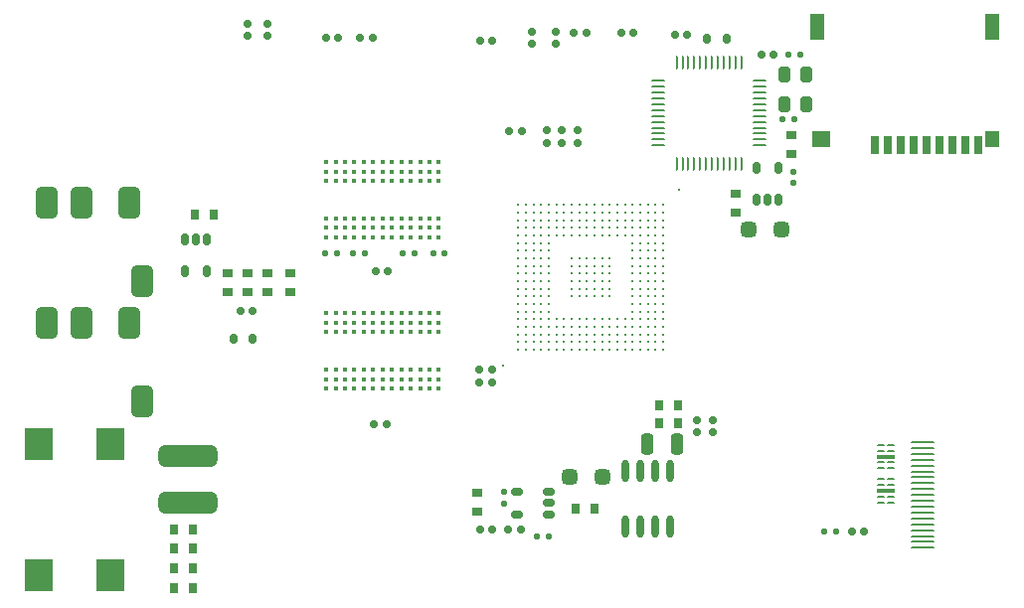
<source format=gtp>
G04 Layer_Color=8421504*
%FSLAX44Y44*%
%MOMM*%
G71*
G01*
G75*
%ADD11R,0.9000X0.7000*%
%ADD12R,0.7000X0.9000*%
G04:AMPARAMS|DCode=13|XSize=0.5mm|YSize=0.45mm|CornerRadius=0.1125mm|HoleSize=0mm|Usage=FLASHONLY|Rotation=270.000|XOffset=0mm|YOffset=0mm|HoleType=Round|Shape=RoundedRectangle|*
%AMROUNDEDRECTD13*
21,1,0.5000,0.2250,0,0,270.0*
21,1,0.2750,0.4500,0,0,270.0*
1,1,0.2250,-0.1125,-0.1375*
1,1,0.2250,-0.1125,0.1375*
1,1,0.2250,0.1125,0.1375*
1,1,0.2250,0.1125,-0.1375*
%
%ADD13ROUNDEDRECTD13*%
G04:AMPARAMS|DCode=14|XSize=0.6mm|YSize=0.65mm|CornerRadius=0.15mm|HoleSize=0mm|Usage=FLASHONLY|Rotation=180.000|XOffset=0mm|YOffset=0mm|HoleType=Round|Shape=RoundedRectangle|*
%AMROUNDEDRECTD14*
21,1,0.6000,0.3500,0,0,180.0*
21,1,0.3000,0.6500,0,0,180.0*
1,1,0.3000,-0.1500,0.1750*
1,1,0.3000,0.1500,0.1750*
1,1,0.3000,0.1500,-0.1750*
1,1,0.3000,-0.1500,-0.1750*
%
%ADD14ROUNDEDRECTD14*%
G04:AMPARAMS|DCode=15|XSize=0.6mm|YSize=0.65mm|CornerRadius=0.15mm|HoleSize=0mm|Usage=FLASHONLY|Rotation=90.000|XOffset=0mm|YOffset=0mm|HoleType=Round|Shape=RoundedRectangle|*
%AMROUNDEDRECTD15*
21,1,0.6000,0.3500,0,0,90.0*
21,1,0.3000,0.6500,0,0,90.0*
1,1,0.3000,0.1750,0.1500*
1,1,0.3000,0.1750,-0.1500*
1,1,0.3000,-0.1750,-0.1500*
1,1,0.3000,-0.1750,0.1500*
%
%ADD15ROUNDEDRECTD15*%
%ADD16C,0.4000*%
G04:AMPARAMS|DCode=17|XSize=1.3mm|YSize=1.05mm|CornerRadius=0.2625mm|HoleSize=0mm|Usage=FLASHONLY|Rotation=270.000|XOffset=0mm|YOffset=0mm|HoleType=Round|Shape=RoundedRectangle|*
%AMROUNDEDRECTD17*
21,1,1.3000,0.5250,0,0,270.0*
21,1,0.7750,1.0500,0,0,270.0*
1,1,0.5250,-0.2625,-0.3875*
1,1,0.5250,-0.2625,0.3875*
1,1,0.5250,0.2625,0.3875*
1,1,0.5250,0.2625,-0.3875*
%
%ADD17ROUNDEDRECTD17*%
G04:AMPARAMS|DCode=18|XSize=0.8mm|YSize=0.7mm|CornerRadius=0.175mm|HoleSize=0mm|Usage=FLASHONLY|Rotation=270.000|XOffset=0mm|YOffset=0mm|HoleType=Round|Shape=RoundedRectangle|*
%AMROUNDEDRECTD18*
21,1,0.8000,0.3500,0,0,270.0*
21,1,0.4500,0.7000,0,0,270.0*
1,1,0.3500,-0.1750,-0.2250*
1,1,0.3500,-0.1750,0.2250*
1,1,0.3500,0.1750,0.2250*
1,1,0.3500,0.1750,-0.2250*
%
%ADD18ROUNDEDRECTD18*%
G04:AMPARAMS|DCode=19|XSize=1.2mm|YSize=0.23mm|CornerRadius=0.0575mm|HoleSize=0mm|Usage=FLASHONLY|Rotation=270.000|XOffset=0mm|YOffset=0mm|HoleType=Round|Shape=RoundedRectangle|*
%AMROUNDEDRECTD19*
21,1,1.2000,0.1150,0,0,270.0*
21,1,1.0850,0.2300,0,0,270.0*
1,1,0.1150,-0.0575,-0.5425*
1,1,0.1150,-0.0575,0.5425*
1,1,0.1150,0.0575,0.5425*
1,1,0.1150,0.0575,-0.5425*
%
%ADD19ROUNDEDRECTD19*%
G04:AMPARAMS|DCode=20|XSize=1.2mm|YSize=0.23mm|CornerRadius=0.0575mm|HoleSize=0mm|Usage=FLASHONLY|Rotation=0.000|XOffset=0mm|YOffset=0mm|HoleType=Round|Shape=RoundedRectangle|*
%AMROUNDEDRECTD20*
21,1,1.2000,0.1150,0,0,0.0*
21,1,1.0850,0.2300,0,0,0.0*
1,1,0.1150,0.5425,-0.0575*
1,1,0.1150,-0.5425,-0.0575*
1,1,0.1150,-0.5425,0.0575*
1,1,0.1150,0.5425,0.0575*
%
%ADD20ROUNDEDRECTD20*%
%ADD21C,0.2900*%
%ADD22C,0.3300*%
%ADD23R,2.4000X2.8000*%
G04:AMPARAMS|DCode=24|XSize=2mm|YSize=0.25mm|CornerRadius=0.0625mm|HoleSize=0mm|Usage=FLASHONLY|Rotation=0.000|XOffset=0mm|YOffset=0mm|HoleType=Round|Shape=RoundedRectangle|*
%AMROUNDEDRECTD24*
21,1,2.0000,0.1250,0,0,0.0*
21,1,1.8750,0.2500,0,0,0.0*
1,1,0.1250,0.9375,-0.0625*
1,1,0.1250,-0.9375,-0.0625*
1,1,0.1250,-0.9375,0.0625*
1,1,0.1250,0.9375,0.0625*
%
%ADD24ROUNDEDRECTD24*%
%ADD25R,1.6000X1.4000*%
%ADD26R,0.7000X1.6000*%
%ADD27R,1.2000X2.2000*%
%ADD28R,1.2000X1.4000*%
%ADD29O,0.6000X1.9000*%
G04:AMPARAMS|DCode=30|XSize=1.8mm|YSize=5mm|CornerRadius=0.45mm|HoleSize=0mm|Usage=FLASHONLY|Rotation=270.000|XOffset=0mm|YOffset=0mm|HoleType=Round|Shape=RoundedRectangle|*
%AMROUNDEDRECTD30*
21,1,1.8000,4.1000,0,0,270.0*
21,1,0.9000,5.0000,0,0,270.0*
1,1,0.9000,-2.0500,-0.4500*
1,1,0.9000,-2.0500,0.4500*
1,1,0.9000,2.0500,0.4500*
1,1,0.9000,2.0500,-0.4500*
%
%ADD30ROUNDEDRECTD30*%
G04:AMPARAMS|DCode=31|XSize=1mm|YSize=1.8mm|CornerRadius=0.25mm|HoleSize=0mm|Usage=FLASHONLY|Rotation=0.000|XOffset=0mm|YOffset=0mm|HoleType=Round|Shape=RoundedRectangle|*
%AMROUNDEDRECTD31*
21,1,1.0000,1.3000,0,0,0.0*
21,1,0.5000,1.8000,0,0,0.0*
1,1,0.5000,0.2500,-0.6500*
1,1,0.5000,-0.2500,-0.6500*
1,1,0.5000,-0.2500,0.6500*
1,1,0.5000,0.2500,0.6500*
%
%ADD31ROUNDEDRECTD31*%
G04:AMPARAMS|DCode=32|XSize=1.3mm|YSize=1.3mm|CornerRadius=0.325mm|HoleSize=0mm|Usage=FLASHONLY|Rotation=180.000|XOffset=0mm|YOffset=0mm|HoleType=Round|Shape=RoundedRectangle|*
%AMROUNDEDRECTD32*
21,1,1.3000,0.6500,0,0,180.0*
21,1,0.6500,1.3000,0,0,180.0*
1,1,0.6500,-0.3250,0.3250*
1,1,0.6500,0.3250,0.3250*
1,1,0.6500,0.3250,-0.3250*
1,1,0.6500,-0.3250,-0.3250*
%
%ADD32ROUNDEDRECTD32*%
G04:AMPARAMS|DCode=33|XSize=1.3mm|YSize=1.3mm|CornerRadius=0.325mm|HoleSize=0mm|Usage=FLASHONLY|Rotation=270.000|XOffset=0mm|YOffset=0mm|HoleType=Round|Shape=RoundedRectangle|*
%AMROUNDEDRECTD33*
21,1,1.3000,0.6500,0,0,270.0*
21,1,0.6500,1.3000,0,0,270.0*
1,1,0.6500,-0.3250,-0.3250*
1,1,0.6500,-0.3250,0.3250*
1,1,0.6500,0.3250,0.3250*
1,1,0.6500,0.3250,-0.3250*
%
%ADD33ROUNDEDRECTD33*%
G04:AMPARAMS|DCode=34|XSize=1.05mm|YSize=0.6mm|CornerRadius=0.15mm|HoleSize=0mm|Usage=FLASHONLY|Rotation=180.000|XOffset=0mm|YOffset=0mm|HoleType=Round|Shape=RoundedRectangle|*
%AMROUNDEDRECTD34*
21,1,1.0500,0.3000,0,0,180.0*
21,1,0.7500,0.6000,0,0,180.0*
1,1,0.3000,-0.3750,0.1500*
1,1,0.3000,0.3750,0.1500*
1,1,0.3000,0.3750,-0.1500*
1,1,0.3000,-0.3750,-0.1500*
%
%ADD34ROUNDEDRECTD34*%
G04:AMPARAMS|DCode=35|XSize=1.05mm|YSize=0.6mm|CornerRadius=0.15mm|HoleSize=0mm|Usage=FLASHONLY|Rotation=90.000|XOffset=0mm|YOffset=0mm|HoleType=Round|Shape=RoundedRectangle|*
%AMROUNDEDRECTD35*
21,1,1.0500,0.3000,0,0,90.0*
21,1,0.7500,0.6000,0,0,90.0*
1,1,0.3000,0.1500,0.3750*
1,1,0.3000,0.1500,-0.3750*
1,1,0.3000,-0.1500,-0.3750*
1,1,0.3000,-0.1500,0.3750*
%
%ADD35ROUNDEDRECTD35*%
G04:AMPARAMS|DCode=36|XSize=0.5mm|YSize=0.45mm|CornerRadius=0.1125mm|HoleSize=0mm|Usage=FLASHONLY|Rotation=180.000|XOffset=0mm|YOffset=0mm|HoleType=Round|Shape=RoundedRectangle|*
%AMROUNDEDRECTD36*
21,1,0.5000,0.2250,0,0,180.0*
21,1,0.2750,0.4500,0,0,180.0*
1,1,0.2250,-0.1375,0.1125*
1,1,0.2250,0.1375,0.1125*
1,1,0.2250,0.1375,-0.1125*
1,1,0.2250,-0.1375,-0.1125*
%
%ADD36ROUNDEDRECTD36*%
G04:AMPARAMS|DCode=37|XSize=1.9mm|YSize=2.7mm|CornerRadius=0.475mm|HoleSize=0mm|Usage=FLASHONLY|Rotation=0.000|XOffset=0mm|YOffset=0mm|HoleType=Round|Shape=RoundedRectangle|*
%AMROUNDEDRECTD37*
21,1,1.9000,1.7500,0,0,0.0*
21,1,0.9500,2.7000,0,0,0.0*
1,1,0.9500,0.4750,-0.8750*
1,1,0.9500,-0.4750,-0.8750*
1,1,0.9500,-0.4750,0.8750*
1,1,0.9500,0.4750,0.8750*
%
%ADD37ROUNDEDRECTD37*%
G04:AMPARAMS|DCode=38|XSize=0.2mm|YSize=0.675mm|CornerRadius=0.05mm|HoleSize=0mm|Usage=FLASHONLY|Rotation=90.000|XOffset=0mm|YOffset=0mm|HoleType=Round|Shape=RoundedRectangle|*
%AMROUNDEDRECTD38*
21,1,0.2000,0.5750,0,0,90.0*
21,1,0.1000,0.6750,0,0,90.0*
1,1,0.1000,0.2875,0.0500*
1,1,0.1000,0.2875,-0.0500*
1,1,0.1000,-0.2875,-0.0500*
1,1,0.1000,-0.2875,0.0500*
%
%ADD38ROUNDEDRECTD38*%
%ADD39R,1.5500X0.4000*%
D11*
X233249Y267751D02*
D03*
Y283752D02*
D03*
X392498Y80001D02*
D03*
Y96002D02*
D03*
X180249Y267751D02*
D03*
Y283752D02*
D03*
X214249Y267751D02*
D03*
Y283752D02*
D03*
X612500Y351499D02*
D03*
Y335498D02*
D03*
X660001Y400749D02*
D03*
Y384748D02*
D03*
X197249Y283752D02*
D03*
Y267751D02*
D03*
D12*
X476751Y82501D02*
D03*
X492752D02*
D03*
X563249Y170999D02*
D03*
X547248D02*
D03*
X134751Y15001D02*
D03*
X150752D02*
D03*
X134751Y32001D02*
D03*
X150752D02*
D03*
X134751Y65001D02*
D03*
X150752D02*
D03*
X563249Y155999D02*
D03*
X547248D02*
D03*
X152501Y333501D02*
D03*
X168502D02*
D03*
X134751Y49001D02*
D03*
X150752D02*
D03*
D13*
X365000Y300000D02*
D03*
X355000D02*
D03*
X657500Y470000D02*
D03*
X667500D02*
D03*
X662500Y415000D02*
D03*
X652500D02*
D03*
X339000Y300000D02*
D03*
X329000D02*
D03*
X263000D02*
D03*
X273000D02*
D03*
X453499Y59250D02*
D03*
X443499D02*
D03*
X297000Y300000D02*
D03*
X287000D02*
D03*
X698000Y63000D02*
D03*
X688000D02*
D03*
D14*
X306000Y285000D02*
D03*
X316500D02*
D03*
X645250Y470000D02*
D03*
X634750D02*
D03*
X304750Y155000D02*
D03*
X315250D02*
D03*
X191000Y251000D02*
D03*
X201500D02*
D03*
X405499Y65250D02*
D03*
X394999D02*
D03*
X429749D02*
D03*
X419249D02*
D03*
X561000Y487000D02*
D03*
X571500D02*
D03*
X722250Y63000D02*
D03*
X711750D02*
D03*
X303500Y484000D02*
D03*
X293000D02*
D03*
X274500D02*
D03*
X264000D02*
D03*
X430500Y404750D02*
D03*
X420000D02*
D03*
X394750Y482000D02*
D03*
X405250D02*
D03*
X515000Y488000D02*
D03*
X525500D02*
D03*
X475000D02*
D03*
X485500D02*
D03*
D15*
X394000Y200997D02*
D03*
X405000D02*
D03*
Y190497D02*
D03*
X394000D02*
D03*
X464250Y394750D02*
D03*
Y405250D02*
D03*
X451750Y405250D02*
D03*
Y394750D02*
D03*
X478250Y405250D02*
D03*
Y394750D02*
D03*
X593000Y147750D02*
D03*
Y158250D02*
D03*
X580000Y147750D02*
D03*
Y158250D02*
D03*
X197250Y496250D02*
D03*
Y485750D02*
D03*
X214250Y496250D02*
D03*
Y485750D02*
D03*
X439250Y489250D02*
D03*
Y478750D02*
D03*
X459250Y489250D02*
D03*
Y478750D02*
D03*
D16*
X360001Y378002D02*
D03*
Y370000D02*
D03*
Y362002D02*
D03*
Y330000D02*
D03*
Y322002D02*
D03*
Y314001D02*
D03*
X352000Y378002D02*
D03*
Y370000D02*
D03*
Y362002D02*
D03*
Y330000D02*
D03*
Y322002D02*
D03*
Y314001D02*
D03*
X343999Y378002D02*
D03*
Y370000D02*
D03*
Y362002D02*
D03*
Y330000D02*
D03*
Y322002D02*
D03*
Y314001D02*
D03*
X336000Y378002D02*
D03*
Y370000D02*
D03*
Y362002D02*
D03*
Y330000D02*
D03*
Y322002D02*
D03*
Y314001D02*
D03*
X327999Y378002D02*
D03*
Y370000D02*
D03*
Y362002D02*
D03*
Y330000D02*
D03*
Y322002D02*
D03*
Y314001D02*
D03*
X320001Y378002D02*
D03*
Y370000D02*
D03*
Y362002D02*
D03*
Y330000D02*
D03*
Y322002D02*
D03*
Y314001D02*
D03*
X312000Y378002D02*
D03*
Y370000D02*
D03*
Y362002D02*
D03*
Y330000D02*
D03*
Y322002D02*
D03*
Y314001D02*
D03*
X303999Y378002D02*
D03*
Y370000D02*
D03*
Y362002D02*
D03*
Y330000D02*
D03*
Y322002D02*
D03*
Y314001D02*
D03*
X296000Y378002D02*
D03*
Y370000D02*
D03*
Y362002D02*
D03*
Y330000D02*
D03*
Y322002D02*
D03*
Y314001D02*
D03*
X287999Y378002D02*
D03*
Y370000D02*
D03*
Y362002D02*
D03*
Y330000D02*
D03*
Y322002D02*
D03*
Y314001D02*
D03*
X280001Y378002D02*
D03*
Y370000D02*
D03*
Y362002D02*
D03*
Y330000D02*
D03*
Y322002D02*
D03*
Y314001D02*
D03*
X272000Y378002D02*
D03*
Y370000D02*
D03*
Y362002D02*
D03*
Y330000D02*
D03*
Y322002D02*
D03*
Y314001D02*
D03*
X263999Y378002D02*
D03*
Y370000D02*
D03*
Y362002D02*
D03*
Y330000D02*
D03*
Y322002D02*
D03*
Y314001D02*
D03*
X360001Y249251D02*
D03*
Y241250D02*
D03*
Y233252D02*
D03*
Y201250D02*
D03*
Y193252D02*
D03*
Y185251D02*
D03*
X352000Y249251D02*
D03*
Y241250D02*
D03*
Y233252D02*
D03*
Y201250D02*
D03*
Y193252D02*
D03*
Y185251D02*
D03*
X343999Y249251D02*
D03*
Y241250D02*
D03*
Y233252D02*
D03*
Y201250D02*
D03*
Y193252D02*
D03*
Y185251D02*
D03*
X336000Y249251D02*
D03*
Y241250D02*
D03*
Y233252D02*
D03*
Y201250D02*
D03*
Y193252D02*
D03*
Y185251D02*
D03*
X327999Y249251D02*
D03*
Y241250D02*
D03*
Y233252D02*
D03*
Y201250D02*
D03*
Y193252D02*
D03*
Y185251D02*
D03*
X320001Y249251D02*
D03*
Y241250D02*
D03*
Y233252D02*
D03*
Y201250D02*
D03*
Y193252D02*
D03*
Y185251D02*
D03*
X312000Y249251D02*
D03*
Y241250D02*
D03*
Y233252D02*
D03*
Y201250D02*
D03*
Y193252D02*
D03*
Y185251D02*
D03*
X303999Y249251D02*
D03*
Y241250D02*
D03*
Y233252D02*
D03*
Y201250D02*
D03*
Y193252D02*
D03*
Y185251D02*
D03*
X296000Y249251D02*
D03*
Y241250D02*
D03*
Y233252D02*
D03*
Y201250D02*
D03*
Y193252D02*
D03*
Y185251D02*
D03*
X287999Y249251D02*
D03*
Y241250D02*
D03*
Y233252D02*
D03*
Y201250D02*
D03*
Y193252D02*
D03*
Y185251D02*
D03*
X280001Y249251D02*
D03*
Y241250D02*
D03*
Y233252D02*
D03*
Y201250D02*
D03*
Y193252D02*
D03*
Y185251D02*
D03*
X272000Y249251D02*
D03*
Y241250D02*
D03*
Y233252D02*
D03*
Y201250D02*
D03*
Y193252D02*
D03*
Y185251D02*
D03*
X263999Y249251D02*
D03*
Y241250D02*
D03*
Y233252D02*
D03*
Y201250D02*
D03*
Y193252D02*
D03*
Y185251D02*
D03*
D17*
X672500Y427500D02*
D03*
Y452500D02*
D03*
X654000Y427500D02*
D03*
Y452500D02*
D03*
D18*
X588625Y483000D02*
D03*
X605375D02*
D03*
X184875Y228000D02*
D03*
X201625D02*
D03*
D19*
X617501Y463000D02*
D03*
X612499D02*
D03*
X607501D02*
D03*
X602499D02*
D03*
X597501D02*
D03*
X592499D02*
D03*
X587501D02*
D03*
X582499D02*
D03*
X577501D02*
D03*
X572499D02*
D03*
X567501D02*
D03*
X562499D02*
D03*
Y377000D02*
D03*
X567501D02*
D03*
X572499D02*
D03*
X577501D02*
D03*
X582499D02*
D03*
X587501D02*
D03*
X592499D02*
D03*
X597501D02*
D03*
X602499D02*
D03*
X607501D02*
D03*
X612499D02*
D03*
X617501D02*
D03*
D20*
X547000Y447501D02*
D03*
Y442499D02*
D03*
Y437501D02*
D03*
Y432499D02*
D03*
Y427501D02*
D03*
Y422499D02*
D03*
Y417501D02*
D03*
Y412499D02*
D03*
Y407501D02*
D03*
Y402499D02*
D03*
Y397501D02*
D03*
Y392499D02*
D03*
X633000D02*
D03*
Y397501D02*
D03*
Y402499D02*
D03*
Y407501D02*
D03*
Y412499D02*
D03*
Y417501D02*
D03*
Y422499D02*
D03*
Y427501D02*
D03*
Y432499D02*
D03*
Y437501D02*
D03*
Y442499D02*
D03*
Y447501D02*
D03*
D21*
X551000Y218250D02*
D03*
X544500D02*
D03*
X538000D02*
D03*
X531500D02*
D03*
X525000D02*
D03*
X518498D02*
D03*
X511998D02*
D03*
X505498D02*
D03*
X498998D02*
D03*
X492499D02*
D03*
X485999D02*
D03*
X479499D02*
D03*
X472999D02*
D03*
X466499D02*
D03*
X459999D02*
D03*
X453499D02*
D03*
X447000D02*
D03*
X440500D02*
D03*
X434000D02*
D03*
X427500D02*
D03*
X551000Y224750D02*
D03*
X544500D02*
D03*
X538000D02*
D03*
X531500D02*
D03*
X525000D02*
D03*
X518498D02*
D03*
X511998D02*
D03*
X505498D02*
D03*
X498998D02*
D03*
X492499D02*
D03*
X485999D02*
D03*
X479499D02*
D03*
X472999D02*
D03*
X466499D02*
D03*
X459999D02*
D03*
X453499D02*
D03*
X447000D02*
D03*
X440500D02*
D03*
X434000D02*
D03*
X427500D02*
D03*
X551000Y231250D02*
D03*
X544500D02*
D03*
X538000D02*
D03*
X531500D02*
D03*
X525000D02*
D03*
X518498D02*
D03*
X511998D02*
D03*
X505498D02*
D03*
X498998D02*
D03*
X492499D02*
D03*
X485999D02*
D03*
X479499D02*
D03*
X472999D02*
D03*
X466499D02*
D03*
X459999D02*
D03*
X453499D02*
D03*
X447000D02*
D03*
X440500D02*
D03*
X434000D02*
D03*
X427500D02*
D03*
X551000Y237750D02*
D03*
X544500D02*
D03*
X538000D02*
D03*
X531500D02*
D03*
X525000D02*
D03*
X518498D02*
D03*
X511998D02*
D03*
X505498D02*
D03*
X498998D02*
D03*
X492499D02*
D03*
X485999D02*
D03*
X479499D02*
D03*
X472999D02*
D03*
X466499D02*
D03*
X459999D02*
D03*
X453499D02*
D03*
X447000D02*
D03*
X440500D02*
D03*
X434000D02*
D03*
X427500D02*
D03*
X551000Y244249D02*
D03*
X544500D02*
D03*
X538000D02*
D03*
X531500D02*
D03*
X525000D02*
D03*
X518498D02*
D03*
X511998D02*
D03*
X505498D02*
D03*
X498998D02*
D03*
X492499D02*
D03*
X485999D02*
D03*
X479499D02*
D03*
X472999D02*
D03*
X466499D02*
D03*
X459999D02*
D03*
X453499D02*
D03*
X447000D02*
D03*
X440500D02*
D03*
X434000D02*
D03*
X427500D02*
D03*
X551000Y250749D02*
D03*
X544500D02*
D03*
X538000D02*
D03*
X531500D02*
D03*
X525000D02*
D03*
X453499D02*
D03*
X447000D02*
D03*
X440500D02*
D03*
X434000D02*
D03*
X427500D02*
D03*
X551000Y257249D02*
D03*
X544500D02*
D03*
X538000D02*
D03*
X531500D02*
D03*
X525000D02*
D03*
X453499D02*
D03*
X447000D02*
D03*
X440500D02*
D03*
X434000D02*
D03*
X427500D02*
D03*
X551000Y263749D02*
D03*
X544500D02*
D03*
X538000D02*
D03*
X531500D02*
D03*
X525000D02*
D03*
X505498D02*
D03*
X498998D02*
D03*
X492499D02*
D03*
X485999D02*
D03*
X479499D02*
D03*
X472999D02*
D03*
X453499D02*
D03*
X447000D02*
D03*
X440500D02*
D03*
X434000D02*
D03*
X427500D02*
D03*
X551000Y270249D02*
D03*
X544500D02*
D03*
X538000D02*
D03*
X531500D02*
D03*
X525000D02*
D03*
X505498D02*
D03*
X498998D02*
D03*
X492499D02*
D03*
X485999D02*
D03*
X479499D02*
D03*
X472999D02*
D03*
X453499D02*
D03*
X447000D02*
D03*
X440500D02*
D03*
X434000D02*
D03*
X427500D02*
D03*
X551000Y276749D02*
D03*
X544500D02*
D03*
X538000D02*
D03*
X531500D02*
D03*
X525000D02*
D03*
X505498D02*
D03*
X498998D02*
D03*
X492499D02*
D03*
X485999D02*
D03*
X479499D02*
D03*
X472999D02*
D03*
X453499D02*
D03*
X447000D02*
D03*
X440500D02*
D03*
X434000D02*
D03*
X427500D02*
D03*
X551000Y283249D02*
D03*
X544500D02*
D03*
X538000D02*
D03*
X531500D02*
D03*
X525000D02*
D03*
X505498D02*
D03*
X498998D02*
D03*
X492499D02*
D03*
X485999D02*
D03*
X479499D02*
D03*
X472999D02*
D03*
X453499D02*
D03*
X447000D02*
D03*
X440500D02*
D03*
X434000D02*
D03*
X427500D02*
D03*
X551000Y289751D02*
D03*
X544500D02*
D03*
X538000D02*
D03*
X531500D02*
D03*
X525000D02*
D03*
X505498D02*
D03*
X498998D02*
D03*
X492499D02*
D03*
X485999D02*
D03*
X479499D02*
D03*
X472999D02*
D03*
X453499D02*
D03*
X447000D02*
D03*
X440500D02*
D03*
X434000D02*
D03*
X427500D02*
D03*
X551000Y296251D02*
D03*
X544500D02*
D03*
X538000D02*
D03*
X531500D02*
D03*
X525000D02*
D03*
X505498D02*
D03*
X498998D02*
D03*
X492499D02*
D03*
X485999D02*
D03*
X479499D02*
D03*
X472999D02*
D03*
X453499D02*
D03*
X447000D02*
D03*
X440500D02*
D03*
X434000D02*
D03*
X427500D02*
D03*
X551000Y302751D02*
D03*
X544500D02*
D03*
X538000D02*
D03*
X531500D02*
D03*
X525000D02*
D03*
X453499D02*
D03*
X447000D02*
D03*
X440500D02*
D03*
X434000D02*
D03*
X427500D02*
D03*
X551000Y309251D02*
D03*
X544500D02*
D03*
X538000D02*
D03*
X531500D02*
D03*
X525000D02*
D03*
X453499D02*
D03*
X447000D02*
D03*
X440500D02*
D03*
X434000D02*
D03*
X427500D02*
D03*
X551000Y315751D02*
D03*
X544500D02*
D03*
X538000D02*
D03*
X531500D02*
D03*
X525000D02*
D03*
X518498D02*
D03*
X511998D02*
D03*
X505498D02*
D03*
X498998D02*
D03*
X492499D02*
D03*
X485999D02*
D03*
X479499D02*
D03*
X472999D02*
D03*
X466499D02*
D03*
X459999D02*
D03*
X453499D02*
D03*
X447000D02*
D03*
X440500D02*
D03*
X434000D02*
D03*
X427500D02*
D03*
X551000Y322250D02*
D03*
X544500D02*
D03*
X538000D02*
D03*
X531500D02*
D03*
X525000D02*
D03*
X518498D02*
D03*
X511998D02*
D03*
X505498D02*
D03*
X498998D02*
D03*
X492499D02*
D03*
X485999D02*
D03*
X479499D02*
D03*
X472999D02*
D03*
X466499D02*
D03*
X459999D02*
D03*
X453499D02*
D03*
X447000D02*
D03*
X440500D02*
D03*
X434000D02*
D03*
X427500D02*
D03*
X551000Y328750D02*
D03*
X544500D02*
D03*
X538000D02*
D03*
X531500D02*
D03*
X525000D02*
D03*
X518498D02*
D03*
X511998D02*
D03*
X505498D02*
D03*
X498998D02*
D03*
X492499D02*
D03*
X485999D02*
D03*
X479499D02*
D03*
X472999D02*
D03*
X466499D02*
D03*
X459999D02*
D03*
X453499D02*
D03*
X447000D02*
D03*
X440500D02*
D03*
X434000D02*
D03*
X427500D02*
D03*
X551000Y335250D02*
D03*
X544500D02*
D03*
X538000D02*
D03*
X531500D02*
D03*
X525000D02*
D03*
X518498D02*
D03*
X511998D02*
D03*
X505498D02*
D03*
X498998D02*
D03*
X492499D02*
D03*
X485999D02*
D03*
X479499D02*
D03*
X472999D02*
D03*
X466499D02*
D03*
X459999D02*
D03*
X453499D02*
D03*
X447000D02*
D03*
X440500D02*
D03*
X434000D02*
D03*
X427500D02*
D03*
X551000Y341750D02*
D03*
X544500D02*
D03*
X538000D02*
D03*
X531500D02*
D03*
X525000D02*
D03*
X518498D02*
D03*
X511998D02*
D03*
X505498D02*
D03*
X498998D02*
D03*
X492499D02*
D03*
X485999D02*
D03*
X479499D02*
D03*
X472999D02*
D03*
X466499D02*
D03*
X459999D02*
D03*
X453499D02*
D03*
X447000D02*
D03*
X440500D02*
D03*
X434000D02*
D03*
X427500D02*
D03*
D22*
X564249Y355001D02*
D03*
X414249Y204999D02*
D03*
D23*
X19000Y138000D02*
D03*
X80000Y26000D02*
D03*
Y138000D02*
D03*
X19000Y26000D02*
D03*
D24*
X772000Y49499D02*
D03*
Y54500D02*
D03*
Y59499D02*
D03*
Y64500D02*
D03*
Y69499D02*
D03*
Y74500D02*
D03*
Y79499D02*
D03*
Y84500D02*
D03*
Y89499D02*
D03*
Y94500D02*
D03*
Y99501D02*
D03*
Y104500D02*
D03*
Y109501D02*
D03*
Y114500D02*
D03*
Y119501D02*
D03*
Y124500D02*
D03*
Y129501D02*
D03*
Y134500D02*
D03*
Y139501D02*
D03*
D25*
X685500Y397500D02*
D03*
D26*
X764500Y392500D02*
D03*
X731500D02*
D03*
X742500D02*
D03*
X753500D02*
D03*
X819500D02*
D03*
X775500D02*
D03*
X786500D02*
D03*
X808500D02*
D03*
X797500D02*
D03*
D27*
X682500Y493500D02*
D03*
X831500D02*
D03*
D28*
Y397500D02*
D03*
D29*
X557051Y114752D02*
D03*
X544351D02*
D03*
X531651D02*
D03*
X518951D02*
D03*
X557051Y67752D02*
D03*
X544351D02*
D03*
X531651D02*
D03*
X518951D02*
D03*
D30*
X146000Y128000D02*
D03*
Y88000D02*
D03*
D31*
X562500Y137500D02*
D03*
X537500D02*
D03*
D32*
X471000Y110000D02*
D03*
X652000Y320997D02*
D03*
D33*
X499000Y110000D02*
D03*
X624000Y320997D02*
D03*
D34*
X453500Y97000D02*
D03*
Y87500D02*
D03*
X426500Y97000D02*
D03*
X453500Y78000D02*
D03*
X426500D02*
D03*
D35*
X649500Y346500D02*
D03*
X640000D02*
D03*
X649500Y373500D02*
D03*
X630500Y346500D02*
D03*
Y373500D02*
D03*
X143750Y312000D02*
D03*
X153250D02*
D03*
X143750Y285000D02*
D03*
X162750Y312000D02*
D03*
Y285000D02*
D03*
D36*
X415499Y87250D02*
D03*
Y97250D02*
D03*
X661499Y360250D02*
D03*
Y370250D02*
D03*
D37*
X96001Y241252D02*
D03*
X56001D02*
D03*
X26001D02*
D03*
X107001Y174252D02*
D03*
X96001Y343752D02*
D03*
X56001D02*
D03*
X26001D02*
D03*
X107001Y276752D02*
D03*
D38*
X736250Y137250D02*
D03*
Y132250D02*
D03*
Y122250D02*
D03*
Y117250D02*
D03*
X745000Y137250D02*
D03*
Y132250D02*
D03*
Y122250D02*
D03*
Y117250D02*
D03*
X736250Y108000D02*
D03*
Y103000D02*
D03*
Y93000D02*
D03*
Y88000D02*
D03*
X745000Y108000D02*
D03*
Y103000D02*
D03*
Y93000D02*
D03*
Y88000D02*
D03*
D39*
X740750Y127250D02*
D03*
Y98000D02*
D03*
M02*

</source>
